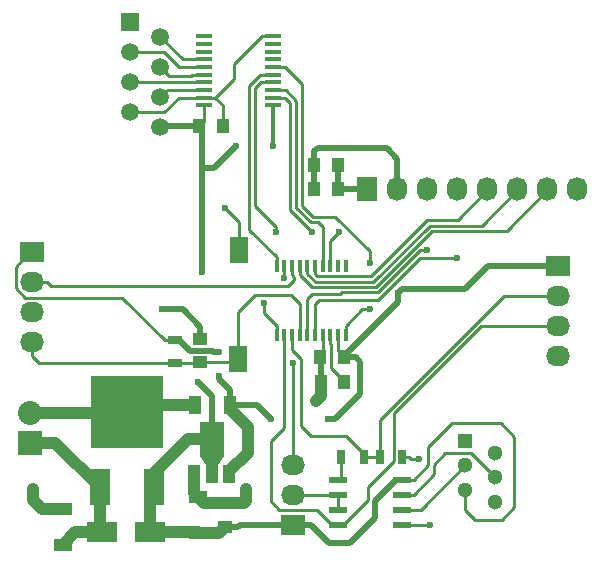
<source format=gtl>
G04 #@! TF.FileFunction,Copper,L1,Top,Signal*
%FSLAX46Y46*%
G04 Gerber Fmt 4.6, Leading zero omitted, Abs format (unit mm)*
G04 Created by KiCad (PCBNEW 4.0.2-stable) date 3/20/2016 1:22:30 PM*
%MOMM*%
G01*
G04 APERTURE LIST*
%ADD10C,0.100000*%
%ADD11R,1.500000X1.500000*%
%ADD12C,1.500000*%
%ADD13R,1.000000X1.250000*%
%ADD14R,1.250000X1.000000*%
%ADD15R,1.600000X1.000000*%
%ADD16R,1.000000X1.600000*%
%ADD17R,2.499360X1.800860*%
%ADD18R,2.032000X1.727200*%
%ADD19O,2.032000X1.727200*%
%ADD20R,2.032000X2.032000*%
%ADD21O,2.032000X2.032000*%
%ADD22R,1.300000X0.700000*%
%ADD23R,0.700000X1.300000*%
%ADD24R,0.400000X1.000000*%
%ADD25R,1.550000X0.600000*%
%ADD26R,1.450000X0.450000*%
%ADD27R,1.651000X3.048000*%
%ADD28R,6.096000X6.096000*%
%ADD29R,1.000760X1.501140*%
%ADD30R,1.998980X2.999740*%
%ADD31R,1.727200X2.032000*%
%ADD32O,1.727200X2.032000*%
%ADD33R,1.600000X2.180000*%
%ADD34C,1.300000*%
%ADD35R,1.300000X1.300000*%
%ADD36C,0.600000*%
%ADD37C,0.500000*%
%ADD38C,0.250000*%
%ADD39C,1.000000*%
%ADD40C,0.300000*%
G04 APERTURE END LIST*
D10*
D11*
X110617000Y-54351000D03*
D12*
X113157000Y-55621000D03*
X110617000Y-56891000D03*
X113157000Y-58161000D03*
X110617000Y-59431000D03*
X113157000Y-60701000D03*
X110617000Y-61971000D03*
X113157000Y-63241000D03*
D13*
X128698500Y-82740500D03*
X126698500Y-82740500D03*
X128714500Y-84836000D03*
X126714500Y-84836000D03*
X126190500Y-68453000D03*
X128190500Y-68453000D03*
X126190500Y-66421000D03*
X128190500Y-66421000D03*
X116411500Y-63182500D03*
X118411500Y-63182500D03*
D14*
X116522500Y-83169000D03*
X116522500Y-81169000D03*
D15*
X104902000Y-98591500D03*
X104902000Y-95591500D03*
D14*
X118618000Y-97075500D03*
X118618000Y-95075500D03*
D15*
X116332000Y-97575500D03*
X116332000Y-94575500D03*
D16*
X119038500Y-86804500D03*
X116038500Y-86804500D03*
D17*
X108237020Y-97536000D03*
X112234980Y-97536000D03*
D18*
X102298500Y-73850500D03*
D19*
X102298500Y-76390500D03*
X102298500Y-78930500D03*
X102298500Y-81470500D03*
D20*
X102108000Y-89979500D03*
D21*
X102108000Y-87439500D03*
D22*
X114427000Y-81282500D03*
X114427000Y-83182500D03*
D23*
X128463000Y-91186000D03*
X130363000Y-91186000D03*
X131704000Y-91186000D03*
X133604000Y-91186000D03*
D24*
X122995500Y-80814500D03*
X123645500Y-80814500D03*
X124295500Y-80814500D03*
X124945500Y-80814500D03*
X125595500Y-80814500D03*
X126245500Y-80814500D03*
X126895500Y-80814500D03*
X127545500Y-80814500D03*
X128195500Y-80814500D03*
X128845500Y-80814500D03*
X128845500Y-75014500D03*
X128195500Y-75014500D03*
X127545500Y-75014500D03*
X126895500Y-75014500D03*
X126245500Y-75014500D03*
X125595500Y-75014500D03*
X124945500Y-75014500D03*
X124295500Y-75014500D03*
X123645500Y-75014500D03*
X122995500Y-75014500D03*
D25*
X128173500Y-93091000D03*
X128173500Y-94361000D03*
X128173500Y-95631000D03*
X128173500Y-96901000D03*
X133573500Y-96901000D03*
X133573500Y-95631000D03*
X133573500Y-94361000D03*
X133573500Y-93091000D03*
D26*
X122711000Y-61408500D03*
X122711000Y-60758500D03*
X122711000Y-60108500D03*
X122711000Y-59458500D03*
X122711000Y-58808500D03*
X122711000Y-58158500D03*
X122711000Y-57508500D03*
X122711000Y-56858500D03*
X122711000Y-56208500D03*
X122711000Y-55558500D03*
X116811000Y-55558500D03*
X116811000Y-56208500D03*
X116811000Y-56858500D03*
X116811000Y-57508500D03*
X116811000Y-58158500D03*
X116811000Y-58808500D03*
X116811000Y-59458500D03*
X116811000Y-60108500D03*
X116811000Y-60758500D03*
X116811000Y-61408500D03*
D27*
X108013500Y-93726000D03*
D28*
X110299500Y-87376000D03*
D27*
X112585500Y-93726000D03*
D29*
X115996720Y-92583000D03*
X117497860Y-92583000D03*
X118999000Y-92583000D03*
D30*
X117497860Y-89631520D03*
D10*
G36*
X118498620Y-91105990D02*
X117998240Y-91855290D01*
X116997480Y-91855290D01*
X116497100Y-91105990D01*
X118498620Y-91105990D01*
X118498620Y-91105990D01*
G37*
D18*
X146812000Y-74993500D03*
D19*
X146812000Y-77533500D03*
X146812000Y-80073500D03*
X146812000Y-82613500D03*
D31*
X130683000Y-68453000D03*
D32*
X133223000Y-68453000D03*
X135763000Y-68453000D03*
X138303000Y-68453000D03*
X140843000Y-68453000D03*
X143383000Y-68453000D03*
X145923000Y-68453000D03*
X148463000Y-68453000D03*
D18*
X124396500Y-96901000D03*
D19*
X124396500Y-94361000D03*
X124396500Y-91821000D03*
D33*
X119758680Y-82834430D03*
X119763320Y-73629570D03*
D34*
X138924000Y-91882500D03*
X138924000Y-93922500D03*
D35*
X138924000Y-89842500D03*
D34*
X141464000Y-94942500D03*
X141464000Y-92902500D03*
X141464000Y-90862500D03*
D36*
X133286500Y-77279500D03*
X127317500Y-87947500D03*
X122491500Y-87947500D03*
X118110000Y-82296000D03*
X118110000Y-84328000D03*
X135945500Y-96901000D03*
X113284000Y-78676500D03*
X126301500Y-86423500D03*
X118618000Y-70104000D03*
X135064500Y-91313000D03*
X120396000Y-93916500D03*
X102362000Y-93916500D03*
X122682000Y-64833500D03*
X119570500Y-64833500D03*
X116631999Y-75483999D03*
X116332000Y-84836000D03*
X135699500Y-73660000D03*
X138229501Y-74285001D03*
X122936000Y-72136000D03*
X121920000Y-78145010D03*
X130873500Y-78676500D03*
X130855999Y-74721999D03*
X125984000Y-72136000D03*
X128270000Y-72136000D03*
X123645500Y-75998500D03*
X124396500Y-83185000D03*
D37*
X138941510Y-76958490D02*
X140906500Y-74993500D01*
X140906500Y-74993500D02*
X146812000Y-74993500D01*
X133286500Y-77279500D02*
X133607510Y-76958490D01*
X133607510Y-76958490D02*
X138941510Y-76958490D01*
X133286500Y-78027500D02*
X133286500Y-77279500D01*
X128698500Y-82740500D02*
X128698500Y-82615500D01*
X128698500Y-82615500D02*
X133286500Y-78027500D01*
X126190500Y-66421000D02*
X126190500Y-65296000D01*
X126190500Y-65296000D02*
X126462500Y-65024000D01*
X133223000Y-65913000D02*
X133223000Y-68453000D01*
X126462500Y-65024000D02*
X132334000Y-65024000D01*
X132334000Y-65024000D02*
X133223000Y-65913000D01*
X126190500Y-68453000D02*
X126190500Y-66421000D01*
X128698500Y-82740500D02*
X129698500Y-82740500D01*
X129698500Y-82740500D02*
X130048000Y-83090000D01*
X127952500Y-87947500D02*
X127317500Y-87947500D01*
X130048000Y-83090000D02*
X130048000Y-85852000D01*
X130048000Y-85852000D02*
X127952500Y-87947500D01*
X121666000Y-87122000D02*
X122491500Y-87947500D01*
X118110000Y-82296000D02*
X117685736Y-82296000D01*
X117685736Y-82296000D02*
X117558736Y-82169000D01*
X117558736Y-82169000D02*
X115613500Y-82169000D01*
X115613500Y-82169000D02*
X114727000Y-81282500D01*
X114727000Y-81282500D02*
X114427000Y-81282500D01*
X118110000Y-84576000D02*
X118110000Y-84328000D01*
X119038500Y-86804500D02*
X119038500Y-85504500D01*
X119038500Y-85504500D02*
X118110000Y-84576000D01*
X121666000Y-87122000D02*
X121348500Y-86804500D01*
X121348500Y-86804500D02*
X119038500Y-86804500D01*
D38*
X114427000Y-81282500D02*
X113527000Y-81282500D01*
X113527000Y-81282500D02*
X109936390Y-77691890D01*
X100907490Y-75089110D02*
X102146100Y-73850500D01*
X109936390Y-77691890D02*
X101695831Y-77691890D01*
X101695831Y-77691890D02*
X100907490Y-76903549D01*
X102146100Y-73850500D02*
X102298500Y-73850500D01*
X100907490Y-76903549D02*
X100907490Y-75089110D01*
X128698500Y-82740500D02*
X128195500Y-82237500D01*
X128195500Y-82237500D02*
X128195500Y-80814500D01*
D39*
X132889500Y-68119500D02*
X133223000Y-68453000D01*
X118999000Y-92583000D02*
X118999000Y-92332810D01*
X118999000Y-92332810D02*
X120538500Y-90793310D01*
X120538500Y-90793310D02*
X120538500Y-88604500D01*
X120538500Y-88604500D02*
X119038500Y-87104500D01*
X119038500Y-87104500D02*
X119038500Y-86804500D01*
D37*
X115030000Y-78676500D02*
X113284000Y-78676500D01*
X116522500Y-81169000D02*
X116522500Y-80169000D01*
X116522500Y-80169000D02*
X115030000Y-78676500D01*
D38*
X133573500Y-96901000D02*
X135945500Y-96901000D01*
D39*
X103102000Y-95591500D02*
X102362000Y-94851500D01*
D37*
X128190500Y-68453000D02*
X128190500Y-66421000D01*
X130683000Y-68453000D02*
X128190500Y-68453000D01*
D39*
X126714500Y-86010500D02*
X126301500Y-86423500D01*
X126714500Y-84836000D02*
X126714500Y-86010500D01*
D37*
X126714500Y-84836000D02*
X126714500Y-82756500D01*
X126714500Y-82756500D02*
X126698500Y-82740500D01*
D38*
X119763320Y-71249320D02*
X118618000Y-70104000D01*
X119763320Y-73629570D02*
X119763320Y-71249320D01*
X126698500Y-82740500D02*
X126895500Y-82543500D01*
X126895500Y-82543500D02*
X126895500Y-80814500D01*
X134331000Y-91313000D02*
X135064500Y-91313000D01*
X133604000Y-91186000D02*
X134204000Y-91186000D01*
X134204000Y-91186000D02*
X134331000Y-91313000D01*
X133573500Y-96901000D02*
X134239000Y-96901000D01*
X119380000Y-59164500D02*
X119380000Y-57914500D01*
X119380000Y-57914500D02*
X121736000Y-55558500D01*
X121736000Y-55558500D02*
X122711000Y-55558500D01*
X117786000Y-60758500D02*
X119380000Y-59164500D01*
X116811000Y-60758500D02*
X117786000Y-60758500D01*
X117786000Y-60758500D02*
X118411500Y-61384000D01*
X118411500Y-61384000D02*
X118411500Y-62307500D01*
X118411500Y-62307500D02*
X118411500Y-63182500D01*
X116811000Y-60758500D02*
X114696346Y-60758500D01*
X114696346Y-60758500D02*
X113478846Y-61976000D01*
X113478846Y-61976000D02*
X111678466Y-61976000D01*
X111678466Y-61976000D02*
X110617000Y-61976000D01*
D39*
X120396000Y-94922500D02*
X120396000Y-93916500D01*
X118618000Y-95075500D02*
X120243000Y-95075500D01*
X120243000Y-95075500D02*
X120396000Y-94922500D01*
X102362000Y-94851500D02*
X102362000Y-93916500D01*
X104902000Y-95591500D02*
X103102000Y-95591500D01*
X102108000Y-87439500D02*
X110236000Y-87439500D01*
X110236000Y-87439500D02*
X110299500Y-87376000D01*
X116038500Y-86804500D02*
X110871000Y-86804500D01*
X110871000Y-86804500D02*
X110299500Y-87376000D01*
X118618000Y-95075500D02*
X116832000Y-95075500D01*
X116832000Y-95075500D02*
X116332000Y-94575500D01*
X115996720Y-92583000D02*
X115996720Y-94240220D01*
X115996720Y-94240220D02*
X116332000Y-94575500D01*
D38*
X128714500Y-84836000D02*
X128714500Y-84711000D01*
X128714500Y-84711000D02*
X127620499Y-83616999D01*
X127620499Y-83616999D02*
X127620499Y-81639499D01*
X127620499Y-81639499D02*
X127545500Y-81564500D01*
X127545500Y-81564500D02*
X127545500Y-80814500D01*
X139827000Y-96520000D02*
X138924000Y-95617000D01*
X138924000Y-95617000D02*
X138924000Y-93922500D01*
X142049500Y-96520000D02*
X139827000Y-96520000D01*
X143129000Y-95440500D02*
X142049500Y-96520000D01*
X143129000Y-89471500D02*
X143129000Y-95440500D01*
X141986000Y-88328500D02*
X143129000Y-89471500D01*
X137858500Y-88328500D02*
X141986000Y-88328500D01*
X135826500Y-90360500D02*
X137858500Y-88328500D01*
X135826500Y-91863000D02*
X135826500Y-90360500D01*
X133573500Y-93091000D02*
X134598500Y-93091000D01*
X134598500Y-93091000D02*
X135826500Y-91863000D01*
D37*
X119917500Y-96901000D02*
X124396500Y-96901000D01*
X127436500Y-98425000D02*
X125912500Y-96901000D01*
X129222500Y-98425000D02*
X127436500Y-98425000D01*
X125912500Y-96901000D02*
X124396500Y-96901000D01*
X119743000Y-97075500D02*
X119917500Y-96901000D01*
X116411500Y-63182500D02*
X113220500Y-63182500D01*
X113220500Y-63182500D02*
X113157000Y-63246000D01*
D38*
X117497860Y-91480640D02*
X117497860Y-89631520D01*
X117497860Y-92583000D02*
X117497860Y-91480640D01*
D39*
X117497860Y-89631520D02*
X115498370Y-89631520D01*
X115498370Y-89631520D02*
X112585500Y-92544390D01*
X112585500Y-92544390D02*
X112585500Y-93726000D01*
D40*
X122711000Y-61408500D02*
X122711000Y-64804500D01*
X122711000Y-64804500D02*
X122682000Y-64833500D01*
D37*
X117729000Y-66675000D02*
X119570500Y-64833500D01*
X116631999Y-66675000D02*
X116631999Y-63402999D01*
X116631999Y-75483999D02*
X116631999Y-66675000D01*
X116631999Y-66675000D02*
X117729000Y-66675000D01*
X116631999Y-63402999D02*
X116411500Y-63182500D01*
X117497860Y-86001860D02*
X116332000Y-84836000D01*
X117497860Y-89631520D02*
X117497860Y-86001860D01*
X131318000Y-96329500D02*
X131318000Y-94871500D01*
X131318000Y-94871500D02*
X133098500Y-93091000D01*
X133098500Y-93091000D02*
X133573500Y-93091000D01*
X129222500Y-98425000D02*
X131318000Y-96329500D01*
X118618000Y-97075500D02*
X119743000Y-97075500D01*
D38*
X116811000Y-61408500D02*
X116811000Y-62783000D01*
X116811000Y-62783000D02*
X116411500Y-63182500D01*
D39*
X116332000Y-97575500D02*
X118118000Y-97575500D01*
X118118000Y-97575500D02*
X118618000Y-97075500D01*
X112234980Y-97536000D02*
X116292500Y-97536000D01*
X116292500Y-97536000D02*
X116332000Y-97575500D01*
X112234980Y-97536000D02*
X112234980Y-94076520D01*
X112234980Y-94076520D02*
X112585500Y-93726000D01*
D38*
X121158000Y-77470000D02*
X119758680Y-78869320D01*
X119758680Y-78869320D02*
X119758680Y-82834430D01*
X124206000Y-77470000D02*
X121158000Y-77470000D01*
X124968000Y-78232000D02*
X124206000Y-77470000D01*
X124968000Y-80042000D02*
X124968000Y-78232000D01*
X124945500Y-80814500D02*
X124945500Y-80064500D01*
X124945500Y-80064500D02*
X124968000Y-80042000D01*
X119758680Y-82544430D02*
X119758680Y-82834430D01*
X116522500Y-83169000D02*
X119424110Y-83169000D01*
X119424110Y-83169000D02*
X119758680Y-82834430D01*
X114427000Y-83182500D02*
X116509000Y-83182500D01*
X116509000Y-83182500D02*
X116522500Y-83169000D01*
X114427000Y-83182500D02*
X102896900Y-83182500D01*
X102896900Y-83182500D02*
X102298500Y-82584100D01*
X102298500Y-82584100D02*
X102298500Y-81470500D01*
D39*
X108237020Y-97536000D02*
X105957500Y-97536000D01*
X105957500Y-97536000D02*
X104902000Y-98591500D01*
X108013500Y-93726000D02*
X108013500Y-97312480D01*
X108013500Y-97312480D02*
X108237020Y-97536000D01*
X102108000Y-89979500D02*
X104267000Y-89979500D01*
X104267000Y-89979500D02*
X108013500Y-93726000D01*
D38*
X139430000Y-90868500D02*
X141464000Y-92902500D01*
X137287000Y-90868500D02*
X139430000Y-90868500D01*
X136334500Y-91821000D02*
X137287000Y-90868500D01*
X136334500Y-92625000D02*
X136334500Y-91821000D01*
X133573500Y-94361000D02*
X134598500Y-94361000D01*
X134598500Y-94361000D02*
X136334500Y-92625000D01*
X133573500Y-94361000D02*
X134239000Y-94361000D01*
X133573500Y-95631000D02*
X135175500Y-95631000D01*
X135175500Y-95631000D02*
X138924000Y-91882500D01*
X116811000Y-60108500D02*
X113754500Y-60108500D01*
X113754500Y-60108500D02*
X113157000Y-60706000D01*
X116811000Y-59458500D02*
X110639500Y-59458500D01*
X110639500Y-59458500D02*
X110617000Y-59436000D01*
X116811000Y-58808500D02*
X115836000Y-58808500D01*
X115836000Y-58808500D02*
X115727931Y-58916569D01*
X115727931Y-58916569D02*
X113907569Y-58916569D01*
X113907569Y-58916569D02*
X113157000Y-58166000D01*
X116811000Y-58158500D02*
X114741346Y-58158500D01*
X114741346Y-58158500D02*
X113478846Y-56896000D01*
X113478846Y-56896000D02*
X111678466Y-56896000D01*
X111678466Y-56896000D02*
X110617000Y-56896000D01*
X116811000Y-57508500D02*
X115039500Y-57508500D01*
X115039500Y-57508500D02*
X113157000Y-55626000D01*
X124295500Y-75014500D02*
X124295500Y-75764500D01*
X124295500Y-75764500D02*
X124445490Y-75914490D01*
X124445490Y-75914490D02*
X124445490Y-76197512D01*
X124445490Y-76197512D02*
X123969501Y-76673501D01*
X103564500Y-76390500D02*
X102298500Y-76390500D01*
X123969501Y-76673501D02*
X103847501Y-76673501D01*
X103847501Y-76673501D02*
X103564500Y-76390500D01*
X128463000Y-91186000D02*
X128463000Y-92801500D01*
X128463000Y-92801500D02*
X128173500Y-93091000D01*
X125071501Y-88542499D02*
X125937002Y-89408000D01*
X125937002Y-89408000D02*
X128885000Y-89408000D01*
X131704000Y-91186000D02*
X131704000Y-88068090D01*
X131704000Y-88068090D02*
X142238590Y-77533500D01*
X142238590Y-77533500D02*
X145546000Y-77533500D01*
X145546000Y-77533500D02*
X146812000Y-77533500D01*
X128885000Y-89408000D02*
X130363000Y-90886000D01*
X130363000Y-90886000D02*
X130363000Y-91186000D01*
X124295500Y-80814500D02*
X124295500Y-82084998D01*
X124295500Y-82084998D02*
X125071501Y-82860999D01*
X125071501Y-82860999D02*
X125071501Y-88542499D01*
X131704000Y-91186000D02*
X130363000Y-91186000D01*
X135132230Y-73660000D02*
X135699500Y-73660000D01*
X131559703Y-77232527D02*
X135132230Y-73660000D01*
X125984000Y-77389531D02*
X128380031Y-77389531D01*
X128380031Y-77389531D02*
X128537035Y-77232527D01*
X128537035Y-77232527D02*
X131559703Y-77232527D01*
X125595500Y-77778031D02*
X125984000Y-77389531D01*
X125595500Y-80814500D02*
X125595500Y-77778031D01*
X134591070Y-74837570D02*
X135143639Y-74285001D01*
X135143639Y-74285001D02*
X138229501Y-74285001D01*
X131746104Y-77682536D02*
X134591070Y-74837570D01*
X126245500Y-78176000D02*
X126581959Y-77839541D01*
X126581959Y-77839541D02*
X131589099Y-77839541D01*
X131589099Y-77839541D02*
X131746104Y-77682536D01*
X126245500Y-80814500D02*
X126245500Y-78176000D01*
X135763000Y-71120000D02*
X138328400Y-71120000D01*
X138328400Y-71120000D02*
X140843000Y-68605400D01*
X140843000Y-68605400D02*
X140843000Y-68453000D01*
X131000500Y-75882500D02*
X135763000Y-71120000D01*
X129244998Y-75882500D02*
X131000500Y-75882500D01*
X129201999Y-75839501D02*
X129244998Y-75882500D01*
X126245500Y-75014500D02*
X126245500Y-75649502D01*
X126245500Y-75649502D02*
X126435499Y-75839501D01*
X126435499Y-75839501D02*
X129201999Y-75839501D01*
X131186901Y-76332509D02*
X135949400Y-71570010D01*
X135949400Y-71570010D02*
X140418390Y-71570010D01*
X140418390Y-71570010D02*
X143383000Y-68605400D01*
X143383000Y-68605400D02*
X143383000Y-68453000D01*
X125595500Y-75014500D02*
X125595500Y-75635912D01*
X125595500Y-75635912D02*
X126292097Y-76332509D01*
X126292097Y-76332509D02*
X131186901Y-76332509D01*
X131373302Y-76782518D02*
X136135800Y-72020020D01*
X136135800Y-72020020D02*
X142508380Y-72020020D01*
X142508380Y-72020020D02*
X145923000Y-68605400D01*
X145923000Y-68605400D02*
X145923000Y-68453000D01*
X124945500Y-75014500D02*
X124945500Y-75764500D01*
X124945500Y-75764500D02*
X125963519Y-76782519D01*
X125963519Y-76782519D02*
X131373302Y-76782518D01*
X121158000Y-59944000D02*
X121643500Y-59458500D01*
X121643500Y-59458500D02*
X122711000Y-59458500D01*
X121158000Y-69933736D02*
X121158000Y-59944000D01*
X122936000Y-72136000D02*
X122936000Y-71711736D01*
X122936000Y-71711736D02*
X121158000Y-69933736D01*
X121920000Y-78989000D02*
X121920000Y-78145010D01*
X121920000Y-77978000D02*
X121920000Y-78145010D01*
X122995500Y-80814500D02*
X122995500Y-80064500D01*
X122995500Y-80064500D02*
X121920000Y-78989000D01*
X123645500Y-80814500D02*
X123645500Y-88698500D01*
X123645500Y-88698500D02*
X122491500Y-89852500D01*
X127698500Y-96901000D02*
X128173500Y-96901000D01*
X122491500Y-89852500D02*
X122491500Y-94932500D01*
X122491500Y-94932500D02*
X123190000Y-95631000D01*
X123190000Y-95631000D02*
X126428500Y-95631000D01*
X126428500Y-95631000D02*
X127698500Y-96901000D01*
X132928999Y-87479501D02*
X140335000Y-80073500D01*
X140335000Y-80073500D02*
X146812000Y-80073500D01*
X128173500Y-96901000D02*
X128648500Y-96901000D01*
X128648500Y-96901000D02*
X130742990Y-94806510D01*
X130742990Y-94806510D02*
X130742990Y-93732012D01*
X130742990Y-93732012D02*
X132928999Y-91546003D01*
X132928999Y-91546003D02*
X132928999Y-87479501D01*
X130233500Y-78676500D02*
X130873500Y-78676500D01*
X128845500Y-80814500D02*
X128845500Y-80064500D01*
X128845500Y-80064500D02*
X130233500Y-78676500D01*
X122711000Y-58158500D02*
X123686000Y-58158500D01*
X123686000Y-58158500D02*
X125142520Y-59615020D01*
X125142520Y-59615020D02*
X125142520Y-69880280D01*
X125142520Y-69880280D02*
X126072730Y-70810490D01*
X126072730Y-70810490D02*
X127943492Y-70810490D01*
X127943492Y-70810490D02*
X130855999Y-73722997D01*
X130855999Y-74297735D02*
X130855999Y-74721999D01*
X130855999Y-73722997D02*
X130855999Y-74297735D01*
X124142500Y-61215000D02*
X124142500Y-70294500D01*
X124142500Y-70294500D02*
X125984000Y-72136000D01*
X122711000Y-60758500D02*
X123686000Y-60758500D01*
X123686000Y-60758500D02*
X124142500Y-61215000D01*
X127545500Y-72860500D02*
X128270000Y-72136000D01*
X127545500Y-75014500D02*
X127545500Y-72860500D01*
X126492000Y-71310500D02*
X126895500Y-71714000D01*
X126895500Y-71714000D02*
X126895500Y-75014500D01*
X125865620Y-71310500D02*
X126492000Y-71310500D01*
X124642510Y-70087390D02*
X125865620Y-71310500D01*
X124642510Y-61007890D02*
X124642510Y-70087390D01*
X122711000Y-60108500D02*
X123743120Y-60108500D01*
X123743120Y-60108500D02*
X124642510Y-61007890D01*
X124396500Y-83185000D02*
X124396500Y-91821000D01*
X123645500Y-75014500D02*
X123645500Y-75998500D01*
X122995500Y-75014500D02*
X122995500Y-74264500D01*
X122995500Y-74264500D02*
X120657990Y-71926990D01*
X120657990Y-71926990D02*
X120657990Y-59736890D01*
X121736000Y-58808500D02*
X122711000Y-58808500D01*
X120657990Y-59736890D02*
X121586380Y-58808500D01*
X121586380Y-58808500D02*
X121736000Y-58808500D01*
X124396500Y-94361000D02*
X128173500Y-94361000D01*
X128173500Y-94361000D02*
X128173500Y-95631000D01*
M02*

</source>
